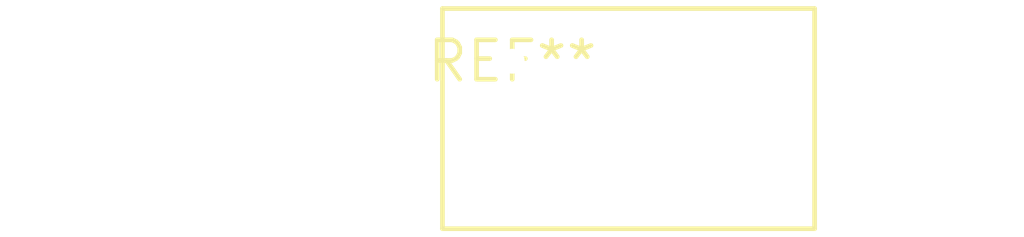
<source format=kicad_pcb>
(kicad_pcb (version 20240108) (generator pcbnew)
  (layers (0 "F.Cu" signal) (31 "B.Cu" signal) (34 "B.Paste" user) (35 "F.Paste" user) (36 "B.SilkS" user "B.Silkscreen") (37 "F.SilkS" user "F.Silkscreen") (38 "B.Mask" user) (39 "F.Mask" user) (44 "Edge.Cuts" user))
  (net 0 "")
  (footprint "RV_Disc_D12mm_W7.1mm_P7.5mm" (layer "F.Cu") (at 0 0)
    (property "Reference" "REF**")
    (property "Value" "RV_Disc_D12mm_W7.1mm_P7.5mm")
    (fp_line (start -2.25 -1.7) (end -2.25 5.4) (layer "F.SilkS") (stroke (width 0.15)))
    (fp_line (start -2.25 -1.7) (end 9.75 -1.7) (layer "F.SilkS") (stroke (width 0.15)))
    (fp_line (start -2.25 5.4) (end 9.75 5.4) (layer "F.SilkS") (stroke (width 0.15)))
    (fp_line (start 9.75 -1.7) (end 9.75 5.4) (layer "F.SilkS") (stroke (width 0.15)))
    (pad "1" thru_hole circle (at 0 0) (size 1.8 1.8) (drill 0.8) (layers *.Cu *.Mask) (remove_unused_layers))
    (pad "2" thru_hole circle (at 7.5 3.7) (size 1.8 1.8) (drill 0.8) (layers *.Cu *.Mask) (remove_unused_layers))
  )
)
</source>
